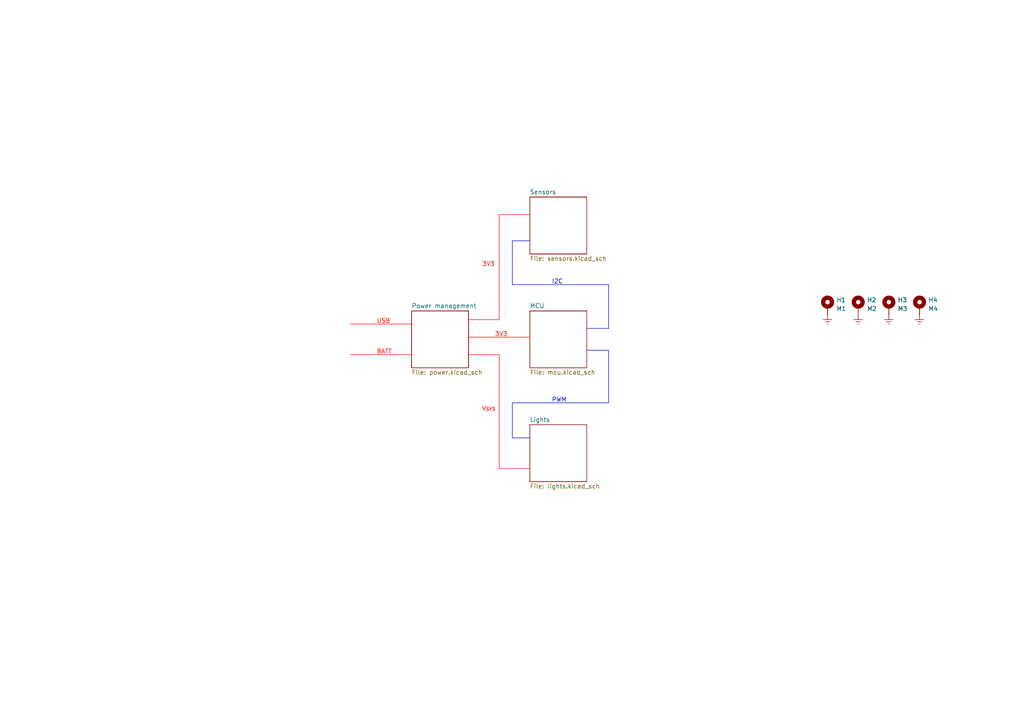
<source format=kicad_sch>
(kicad_sch (version 20230121) (generator eeschema)
  (paper "A4")
  (title_block (title "Aitken - Overview") (date "2023-10-29") (rev "0.1") (company "b1u3-22"))
  (lib_symbols
    (symbol "Mechanical:MountingHole_Pad" (pin_numbers hide) (pin_names (offset 1.016) hide)
      (property "Reference" "H" (at 0 6.35 0))
      (property "Value" "MountingHole_Pad" (at 0 4.445 0))
      (symbol "MountingHole_Pad_0_1"
        (circle (center 0 1.27) (radius 1.27) (stroke (width 1.27)))
      )
      (symbol "MountingHole_Pad_1_1"
        (pin input line (at 0 -2.54 90) (length 2.54) (name "1") (number "1"))
      )
    )
    (symbol "power:Earth" (power) (pin_names (offset 0))
      (symbol "Earth_0_1"
        (polyline (pts (xy -0.635 -1.905) (xy 0.635 -1.905)))
        (polyline (pts (xy -0.127 -2.54) (xy 0.127 -2.54)))
        (polyline (pts (xy 0 -1.27) (xy 0 0)))
        (polyline (pts (xy 1.27 -1.27) (xy -1.27 -1.27)))
      )
      (symbol "Earth_1_1"
        (pin power_in line (at 0 0 270) (length 0) hide (name "Earth") (number "1"))
      )
    )
  )
  (polyline (pts (xy 176.53 116.84) (xy 148.59 116.84)))
  (polyline (pts (xy 144.78 102.87) (xy 144.78 135.89)) (stroke (width 0) (color 255 0 0 1)))
  (polyline (pts (xy 135.89 97.79) (xy 153.67 97.79)) (stroke (width 0) (color 255 0 0 1)))
  (polyline (pts (xy 176.53 101.6) (xy 176.53 116.84)))
  (polyline (pts (xy 148.59 69.85) (xy 153.67 69.85)))
  (polyline (pts (xy 148.59 82.55) (xy 148.59 69.85)))
  (polyline (pts (xy 176.53 82.55) (xy 148.59 82.55)))
  (polyline (pts (xy 101.6 102.87) (xy 119.38 102.87)) (stroke (width 0) (color 255 0 0 1)))
  (polyline (pts (xy 170.18 95.25) (xy 176.53 95.25)))
  (polyline (pts (xy 148.59 127) (xy 153.67 127)))
  (polyline (pts (xy 135.89 92.71) (xy 144.78 92.71)) (stroke (width 0) (color 255 0 0 1)))
  (polyline (pts (xy 144.78 92.71) (xy 144.78 62.23)) (stroke (width 0) (color 255 0 0 1)))
  (polyline (pts (xy 148.59 116.84) (xy 148.59 127)))
  (polyline (pts (xy 170.18 101.6) (xy 176.53 101.6)))
  (polyline (pts (xy 135.89 102.87) (xy 144.78 102.87)) (stroke (width 0) (color 255 0 0 1)))
  (polyline (pts (xy 101.6 93.98) (xy 119.38 93.98)) (stroke (width 0) (color 255 0 0 1)))
  (polyline (pts (xy 144.78 62.23) (xy 153.67 62.23)) (stroke (width 0) (color 255 0 0 1)))
  (polyline (pts (xy 144.78 135.89) (xy 153.67 135.89)) (stroke (width 0) (color 255 0 0 1)))
  (polyline (pts (xy 176.53 95.25) (xy 176.53 82.55)))
  (text "V_{SYS}" (at 139.7 119.38 0) (effects (font (size 1.27 1.27)) (justify left bottom)))
  (text "3V3" (at 143.51 97.79 0) (effects (font (size 1.27 1.27)) (justify left bottom)))
  (text "USB" (at 109.22 93.98 0) (effects (font (size 1.27 1.27)) (justify left bottom)))
  (text "PWM" (at 160.02 116.84 0) (effects (font (size 1.27 1.27)) (justify left bottom)))
  (text "BATT" (at 109.22 102.87 0) (effects (font (size 1.27 1.27)) (justify left bottom)))
  (text "3V3" (at 143.51 77.47 0) (effects (font (size 1.27 1.27)) (justify right bottom)))
  (text "I2C" (at 160.02 82.55 0) (effects (font (size 1.27 1.27)) (justify left bottom)))
  (symbol (lib_id "power:Earth") (at 248.92 91.44 0) (unit 1)
    (property "Reference" "#PWR066" (effects hide))
    (property "Value" "Earth" (effects hide))
  )
  (symbol (lib_id "Mechanical:MountingHole_Pad") (at 240.03 88.9 0) (unit 1)
    (property "Reference" "H1" (at 242.57 86.995 0) (effects (justify left)))
    (property "Value" "M1" (at 242.57 89.535 0) (effects (justify left)))
    (property "Footprint" "MountingHole:MountingHole_3.2mm_M3_Pad_Via" (effects hide))
  )
  (symbol (lib_id "Mechanical:MountingHole_Pad") (at 248.92 88.9 0) (unit 1)
    (property "Reference" "H2" (at 251.46 86.995 0) (effects (justify left)))
    (property "Value" "M2" (at 251.46 89.535 0) (effects (justify left)))
    (property "Footprint" "MountingHole:MountingHole_3.2mm_M3_Pad_Via" (effects hide))
  )
  (symbol (lib_id "Mechanical:MountingHole_Pad") (at 266.7 88.9 0) (unit 1)
    (property "Reference" "H4" (at 269.24 86.995 0) (effects (justify left)))
    (property "Value" "M4" (at 269.24 89.535 0) (effects (justify left)))
    (property "Footprint" "MountingHole:MountingHole_3.2mm_M3_Pad_Via" (effects hide))
  )
  (symbol (lib_id "Mechanical:MountingHole_Pad") (at 257.81 88.9 0) (unit 1)
    (property "Reference" "H3" (at 260.35 86.995 0) (effects (justify left)))
    (property "Value" "M3" (at 260.35 89.535 0) (effects (justify left)))
    (property "Footprint" "MountingHole:MountingHole_3.2mm_M3_Pad_Via" (effects hide))
  )
  (symbol (lib_id "power:Earth") (at 266.7 91.44 0) (unit 1)
    (property "Reference" "#PWR073" (effects hide))
    (property "Value" "Earth" (effects hide))
  )
  (symbol (lib_id "power:Earth") (at 257.81 91.44 0) (unit 1)
    (property "Reference" "#PWR067" (effects hide))
    (property "Value" "Earth" (effects hide))
  )
  (symbol (lib_id "power:Earth") (at 240.03 91.44 0) (unit 1)
    (property "Reference" "#PWR065" (effects hide))
    (property "Value" "Earth" (effects hide))
  )
  (sheet (at 153.67 90.17) (size 16.51 16.51) (stroke (width 0.1524))
    (property "Sheetname" "MCU" (at 153.67 89.4584 0) (effects (justify left bottom)))
    (property "Sheetfile" "mcu.kicad_sch" (at 153.67 107.2646 0) (effects (justify left top)))
  )
  (sheet (at 153.67 123.19) (size 16.51 16.51) (stroke (width 0.1524))
    (property "Sheetname" "Lights" (at 153.67 122.4784 0) (effects (justify left bottom)))
    (property "Sheetfile" "lights.kicad_sch" (at 153.67 140.2846 0) (effects (justify left top)))
  )
  (sheet (at 119.38 90.17) (size 16.51 16.51) (stroke (width 0.1524))
    (property "Sheetname" "Power management" (at 119.38 89.4584 0) (effects (justify left bottom)))
    (property "Sheetfile" "power.kicad_sch" (at 119.38 107.2646 0) (effects (justify left top)))
  )
  (sheet (at 153.67 57.15) (size 16.51 16.51) (stroke (width 0.1524))
    (property "Sheetname" "Sensors" (at 153.67 56.4384 0) (effects (justify left bottom)))
    (property "Sheetfile" "sensors.kicad_sch" (at 153.67 74.2446 0) (effects (justify left top)))
  )
)
</source>
